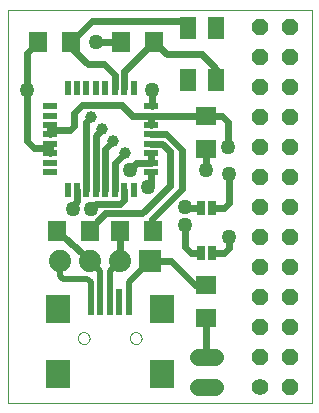
<source format=gtl>
G75*
G70*
%OFA0B0*%
%FSLAX24Y24*%
%IPPOS*%
%LPD*%
%AMOC8*
5,1,8,0,0,1.08239X$1,22.5*
%
%ADD10C,0.0000*%
%ADD11R,0.0500X0.0220*%
%ADD12R,0.0220X0.0500*%
%ADD13R,0.0551X0.0748*%
%ADD14R,0.0709X0.0630*%
%ADD15R,0.0630X0.0709*%
%ADD16R,0.0630X0.0710*%
%ADD17C,0.0560*%
%ADD18OC8,0.0560*%
%ADD19C,0.0560*%
%ADD20R,0.0250X0.0500*%
%ADD21R,0.0740X0.0740*%
%ADD22C,0.0740*%
%ADD23R,0.0787X0.0945*%
%ADD24R,0.0197X0.0909*%
%ADD25C,0.0220*%
%ADD26C,0.0500*%
%ADD27C,0.0240*%
%ADD28C,0.0200*%
%ADD29C,0.0160*%
%ADD30C,0.0100*%
%ADD31C,0.0396*%
D10*
X000180Y000180D02*
X000180Y013300D01*
X010322Y013300D01*
X010322Y000180D01*
X000180Y000180D01*
X002517Y002349D02*
X002519Y002376D01*
X002525Y002403D01*
X002534Y002429D01*
X002547Y002453D01*
X002563Y002476D01*
X002582Y002495D01*
X002604Y002512D01*
X002628Y002526D01*
X002653Y002536D01*
X002680Y002543D01*
X002707Y002546D01*
X002735Y002545D01*
X002762Y002540D01*
X002788Y002532D01*
X002812Y002520D01*
X002835Y002504D01*
X002856Y002486D01*
X002873Y002465D01*
X002888Y002441D01*
X002899Y002416D01*
X002907Y002390D01*
X002911Y002363D01*
X002911Y002335D01*
X002907Y002308D01*
X002899Y002282D01*
X002888Y002257D01*
X002873Y002233D01*
X002856Y002212D01*
X002835Y002194D01*
X002813Y002178D01*
X002788Y002166D01*
X002762Y002158D01*
X002735Y002153D01*
X002707Y002152D01*
X002680Y002155D01*
X002653Y002162D01*
X002628Y002172D01*
X002604Y002186D01*
X002582Y002203D01*
X002563Y002222D01*
X002547Y002245D01*
X002534Y002269D01*
X002525Y002295D01*
X002519Y002322D01*
X002517Y002349D01*
X004249Y002349D02*
X004251Y002376D01*
X004257Y002403D01*
X004266Y002429D01*
X004279Y002453D01*
X004295Y002476D01*
X004314Y002495D01*
X004336Y002512D01*
X004360Y002526D01*
X004385Y002536D01*
X004412Y002543D01*
X004439Y002546D01*
X004467Y002545D01*
X004494Y002540D01*
X004520Y002532D01*
X004544Y002520D01*
X004567Y002504D01*
X004588Y002486D01*
X004605Y002465D01*
X004620Y002441D01*
X004631Y002416D01*
X004639Y002390D01*
X004643Y002363D01*
X004643Y002335D01*
X004639Y002308D01*
X004631Y002282D01*
X004620Y002257D01*
X004605Y002233D01*
X004588Y002212D01*
X004567Y002194D01*
X004545Y002178D01*
X004520Y002166D01*
X004494Y002158D01*
X004467Y002153D01*
X004439Y002152D01*
X004412Y002155D01*
X004385Y002162D01*
X004360Y002172D01*
X004336Y002186D01*
X004314Y002203D01*
X004295Y002222D01*
X004279Y002245D01*
X004266Y002269D01*
X004257Y002295D01*
X004251Y002322D01*
X004249Y002349D01*
D11*
X004970Y007878D03*
X004970Y008193D03*
X004970Y008508D03*
X004970Y008823D03*
X004970Y009137D03*
X004970Y009452D03*
X004970Y009767D03*
X004970Y010082D03*
X001590Y010082D03*
X001590Y009767D03*
X001590Y009452D03*
X001590Y009137D03*
X001590Y008823D03*
X001590Y008508D03*
X001590Y008193D03*
X001590Y007878D03*
D12*
X002178Y007290D03*
X002493Y007290D03*
X002808Y007290D03*
X003123Y007290D03*
X003437Y007290D03*
X003752Y007290D03*
X004067Y007290D03*
X004382Y007290D03*
X004382Y010670D03*
X004067Y010670D03*
X003752Y010670D03*
X003437Y010670D03*
X003123Y010670D03*
X002808Y010670D03*
X002493Y010670D03*
X002178Y010670D03*
D13*
X006183Y010939D03*
X007127Y010939D03*
X007127Y012671D03*
X006183Y012671D03*
D14*
X006805Y009756D03*
X006805Y008654D03*
X006805Y004131D03*
X006805Y003029D03*
D15*
X005056Y012230D03*
X003954Y012230D03*
X002306Y012230D03*
X001204Y012230D03*
D16*
X001820Y005930D03*
X002940Y005930D03*
X003920Y005930D03*
X005040Y005930D03*
D17*
X008580Y000730D03*
D18*
X008580Y001730D03*
X008580Y002730D03*
X008580Y003730D03*
X008580Y004730D03*
X008580Y005730D03*
X008580Y006730D03*
X008580Y007730D03*
X008580Y008730D03*
X008580Y009730D03*
X008580Y010730D03*
X008580Y011730D03*
X008580Y012730D03*
X009580Y012730D03*
X009580Y011730D03*
X009580Y010730D03*
X009580Y009730D03*
X009580Y008730D03*
X009580Y007730D03*
X009580Y006730D03*
X009580Y005730D03*
X009580Y004730D03*
X009580Y003730D03*
X009580Y002730D03*
X009580Y001730D03*
X009580Y000730D03*
D19*
X007085Y000730D02*
X006525Y000730D01*
X006525Y001730D02*
X007085Y001730D01*
D20*
X006982Y005180D03*
X006628Y005180D03*
X006628Y006680D03*
X006982Y006680D03*
D21*
X004930Y004930D03*
D22*
X003930Y004930D03*
X002930Y004930D03*
X001930Y004930D03*
D23*
X001848Y003333D03*
X001848Y001168D03*
X005312Y001168D03*
X005312Y003333D03*
D24*
X004210Y003555D03*
X003895Y003555D03*
X003580Y003555D03*
X003265Y003555D03*
X002950Y003555D03*
D25*
X002955Y006668D02*
X003118Y006830D01*
X003930Y006830D01*
X004067Y006967D01*
X004067Y007290D01*
X003752Y007290D02*
X003752Y008177D01*
X004080Y008505D01*
X003705Y008905D02*
X003437Y008637D01*
X003437Y007290D01*
X003123Y007290D02*
X003123Y009098D01*
X003330Y009305D01*
X002955Y009705D02*
X002808Y009558D01*
X002808Y007290D01*
X002496Y007296D02*
X002493Y006918D01*
X002343Y006768D01*
X002343Y006668D01*
X002493Y007290D02*
X002496Y007296D01*
X001590Y008508D02*
X001590Y008520D01*
X001590Y008823D01*
X001590Y009137D02*
X001733Y009280D01*
X001755Y009280D01*
X001590Y009137D02*
X001590Y009452D01*
X002855Y011480D02*
X002306Y012029D01*
X002855Y011480D02*
X003380Y011480D01*
X003755Y011105D01*
X003752Y011102D01*
X003752Y010670D01*
X004067Y010670D02*
X004067Y011241D01*
X005056Y012230D01*
X004980Y010630D02*
X004980Y010082D01*
X004970Y009768D02*
X004970Y009767D01*
X004970Y009452D01*
X004970Y009767D02*
X006794Y009767D01*
X006805Y009756D01*
X006005Y008605D02*
X005473Y009137D01*
X004970Y009137D01*
X004970Y008823D02*
X005337Y008823D01*
X005580Y008580D01*
X004970Y008508D02*
X004970Y008193D01*
X004493Y008193D01*
X004255Y007968D01*
X004868Y007380D02*
X004955Y007468D01*
X004955Y007863D01*
X004970Y007878D01*
X004970Y009768D02*
X004318Y009768D01*
D26*
X004980Y010630D03*
X003130Y012230D03*
X000830Y010605D03*
X002343Y006668D03*
X002955Y006668D03*
X004255Y007968D03*
X004868Y007380D03*
X006105Y006730D03*
X006105Y006105D03*
X007555Y005705D03*
X007555Y007805D03*
X006805Y007955D03*
X007530Y008730D03*
D27*
X007530Y009555D01*
X007329Y009756D01*
X006805Y009756D01*
X006804Y009755D01*
X006805Y008654D02*
X006805Y007955D01*
X007555Y007805D02*
X007555Y006855D01*
X007380Y006680D01*
X006982Y006680D01*
X006628Y006680D02*
X006168Y006680D01*
X006118Y006730D01*
X006105Y006730D01*
X006005Y007305D02*
X006005Y008605D01*
X005580Y008580D02*
X005580Y007405D01*
X004655Y006505D01*
X003430Y006505D01*
X003150Y006208D01*
X003030Y006080D01*
X003930Y006070D02*
X003930Y004930D01*
X003920Y005930D02*
X003930Y006070D01*
X004930Y004930D02*
X005630Y004930D01*
X006429Y004131D01*
X006805Y004131D01*
X006628Y005180D02*
X006305Y005180D01*
X006105Y005380D01*
X006105Y006105D01*
X006982Y005180D02*
X007380Y005180D01*
X007555Y005355D01*
X007555Y005705D01*
X006005Y007305D02*
X005005Y006305D01*
X004980Y006140D01*
X005040Y005930D01*
X002940Y004940D02*
X002930Y004930D01*
X002940Y004930D01*
X002940Y004940D02*
X001820Y005930D01*
X001930Y004930D02*
X001930Y004905D01*
X001590Y008520D02*
X001430Y008680D01*
X001055Y008680D01*
X000830Y008905D01*
X000830Y010605D01*
X000830Y011856D01*
X001204Y012230D01*
X002306Y012230D02*
X002306Y012029D01*
X002306Y012230D02*
X002981Y012905D01*
X006180Y012905D01*
X006183Y012902D01*
X006183Y012671D01*
X006655Y011805D02*
X005481Y011805D01*
X005056Y012230D01*
X003954Y012230D02*
X003130Y012230D01*
X002655Y010105D02*
X003980Y010105D01*
X004318Y009768D01*
X002655Y010105D02*
X002405Y009855D01*
X002405Y009430D01*
X002255Y009280D01*
X001755Y009280D01*
X006655Y011805D02*
X007127Y011333D01*
X007127Y010939D01*
X006805Y003029D02*
X006805Y001730D01*
D28*
X004210Y003555D02*
X004210Y004210D01*
X004930Y004930D01*
X003930Y004930D02*
X003580Y004580D01*
X003580Y003555D01*
X003265Y003555D02*
X003265Y004595D01*
X002930Y004930D01*
X002830Y004330D02*
X002950Y004210D01*
X002950Y003555D01*
X002830Y004330D02*
X002030Y004330D01*
X001930Y004430D01*
X001930Y004930D01*
D29*
X004255Y007968D02*
X004455Y008205D01*
X004955Y008205D01*
X004970Y008220D01*
X004970Y008508D01*
X004970Y010082D02*
X004980Y010082D01*
D30*
X003150Y006208D02*
X003180Y006180D01*
X002940Y005930D01*
D31*
X004080Y008505D03*
X003705Y008905D03*
X003330Y009305D03*
X002955Y009705D03*
M02*

</source>
